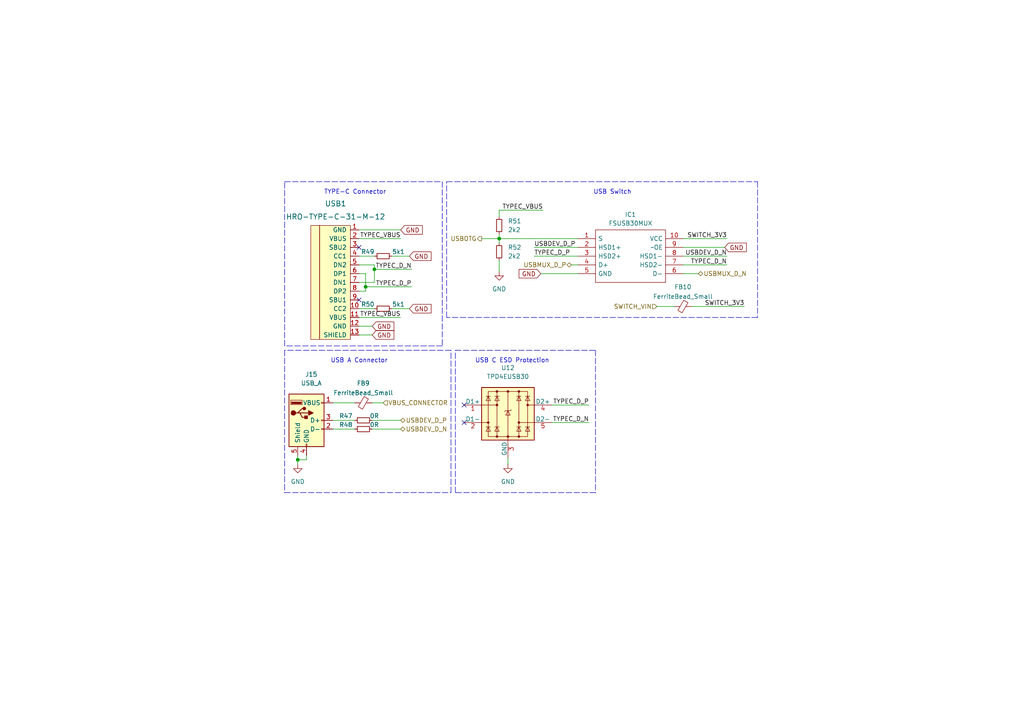
<source format=kicad_sch>
(kicad_sch (version 20211123) (generator eeschema)
  (paper "A4")
  (lib_symbols
    (symbol "CM4IO:TPD4EUSB30" (pin_names (offset 0))
      (property "Reference" "U" (at -0.635 8.89 0))
      (property "Value" "TPD4EUSB30" (at 8.89 -10.16 0))
      (symbol "TPD4EUSB30_0_0"
        (rectangle (start -5.715 6.477) (end 5.715 -6.604))
        (polyline (pts (xy -3.175 -6.604) (xy -3.175 6.477)))
        (polyline (pts (xy 0 6.477) (xy 0 -6.604)))
        (polyline (pts (xy 3.175 6.477) (xy 3.175 -6.604)))
      )
      (symbol "TPD4EUSB30_0_1"
        (rectangle (start -7.62 7.62) (end 7.62 -7.62) (stroke (width 0.254)) (fill (type background)))
        (circle (center -5.715 -2.54) (radius 0.2794) (fill (type outline)))
        (circle (center -3.175 -6.604) (radius 0.2794) (fill (type outline)))
        (circle (center -3.175 2.54) (radius 0.2794) (fill (type outline)))
        (circle (center -3.175 6.477) (radius 0.2794) (fill (type outline)))
        (circle (center 0 -6.604) (radius 0.2794) (fill (type outline)))
        (polyline (pts (xy -7.747 2.54) (xy -3.175 2.54)))
        (polyline (pts (xy -7.62 -2.54) (xy -5.715 -2.54)))
        (polyline (pts (xy -5.08 -3.81) (xy -6.35 -3.81)))
        (polyline (pts (xy -5.08 5.08) (xy -6.35 5.08)))
        (polyline (pts (xy -2.54 -3.81) (xy -3.81 -3.81)))
        (polyline (pts (xy -2.54 5.08) (xy -3.81 5.08)))
        (polyline (pts (xy -0.635 0.889) (xy -1.016 0.635)))
        (polyline (pts (xy 0 -6.604) (xy 0 -7.62)))
        (polyline (pts (xy 0.635 0.889) (xy -0.635 0.889)))
        (polyline (pts (xy 0.635 0.889) (xy 1.016 1.143)))
        (polyline (pts (xy 3.81 -3.81) (xy 2.54 -3.81)))
        (polyline (pts (xy 3.81 5.08) (xy 2.54 5.08)))
        (polyline (pts (xy 6.35 -3.81) (xy 5.08 -3.81)))
        (polyline (pts (xy 6.35 5.08) (xy 5.08 5.08)))
        (polyline (pts (xy 7.62 -2.54) (xy 3.175 -2.54)))
        (polyline (pts (xy 7.62 2.54) (xy 5.715 2.54)))
        (polyline (pts (xy -5.08 -5.08) (xy -6.35 -5.08) (xy -5.715 -3.81) (xy -5.08 -5.08)))
        (polyline (pts (xy -5.08 3.81) (xy -6.35 3.81) (xy -5.715 5.08) (xy -5.08 3.81)))
        (polyline (pts (xy -2.54 -5.08) (xy -3.81 -5.08) (xy -3.175 -3.81) (xy -2.54 -5.08)))
        (polyline (pts (xy -2.54 3.81) (xy -3.81 3.81) (xy -3.175 5.08) (xy -2.54 3.81)))
        (polyline (pts (xy 0.635 -0.381) (xy -0.635 -0.381) (xy 0 0.889) (xy 0.635 -0.381)))
        (polyline (pts (xy 3.81 -5.08) (xy 2.54 -5.08) (xy 3.175 -3.81) (xy 3.81 -5.08)))
        (polyline (pts (xy 3.81 3.81) (xy 2.54 3.81) (xy 3.175 5.08) (xy 3.81 3.81)))
        (polyline (pts (xy 6.35 -5.08) (xy 5.08 -5.08) (xy 5.715 -3.81) (xy 6.35 -5.08)))
        (polyline (pts (xy 6.35 3.81) (xy 5.08 3.81) (xy 5.715 5.08) (xy 6.35 3.81)))
        (circle (center 0 6.477) (radius 0.2794) (fill (type outline)))
        (circle (center 3.175 -6.604) (radius 0.2794) (fill (type outline)))
        (circle (center 3.175 -2.54) (radius 0.2794) (fill (type outline)))
        (circle (center 3.175 6.477) (radius 0.2794) (fill (type outline)))
        (circle (center 5.715 2.54) (radius 0.2794) (fill (type outline)))
      )
      (symbol "TPD4EUSB30_1_1"
        (pin passive line (at -12.7 2.54 0) (length 5.08) (name "D1+") (number "1"))
        (pin passive line (at -12.7 2.54 0) (length 5.08) hide (name "~") (number "10"))
        (pin passive line (at -12.7 -2.54 0) (length 5.08) (name "D1-") (number "2"))
        (pin power_in line (at 0 -12.7 90) (length 5.08) (name "GND") (number "3"))
        (pin passive line (at 12.7 2.54 180) (length 5.08) (name "D2+") (number "4"))
        (pin passive line (at 12.7 -2.54 180) (length 5.08) (name "D2-") (number "5"))
        (pin passive line (at 12.7 -2.54 180) (length 5.08) hide (name "~") (number "6"))
        (pin passive line (at 12.7 2.54 180) (length 5.08) hide (name "~") (number "7"))
        (pin passive line (at 0 -12.7 90) (length 5.08) hide (name "GND") (number "8"))
        (pin passive line (at -12.7 -2.54 0) (length 5.08) hide (name "~") (number "9"))
      )
    )
    (symbol "Device:FerriteBead_Small" (pin_numbers hide) (pin_names (offset 0))
      (property "Reference" "FB" (at 1.905 1.27 0))
      (property "Value" "FerriteBead_Small" (at 1.905 -1.27 0))
      (symbol "FerriteBead_Small_0_1"
        (polyline (pts (xy 0 -1.27) (xy 0 -0.7874)))
        (polyline (pts (xy 0 0.889) (xy 0 1.2954)))
        (polyline (pts (xy -1.8288 0.2794) (xy -1.1176 1.4986) (xy 1.8288 -0.2032) (xy 1.1176 -1.4224) (xy -1.8288 0.2794)))
      )
      (symbol "FerriteBead_Small_1_1"
        (pin passive line (at 0 2.54 270) (length 1.27) (name "~") (number "1"))
        (pin passive line (at 0 -2.54 90) (length 1.27) (name "~") (number "2"))
      )
    )
    (symbol "SamacSys_Parts:FSUSB30MUX" (pin_names (offset 0.762))
      (property "Reference" "IC" (at 26.67 7.62 0))
      (property "Value" "FSUSB30MUX" (at 26.67 5.08 0))
      (symbol "FSUSB30MUX_0_0"
        (pin passive line (at 0 0 0) (length 5.08) (name "S") (number "1"))
        (pin passive line (at 30.48 0 180) (length 5.08) (name "VCC") (number "10"))
        (pin passive line (at 0 -2.54 0) (length 5.08) (name "HSD1+") (number "2"))
        (pin passive line (at 0 -5.08 0) (length 5.08) (name "HSD2+") (number "3"))
        (pin passive line (at 0 -7.62 0) (length 5.08) (name "D+") (number "4"))
        (pin passive line (at 0 -10.16 0) (length 5.08) (name "GND") (number "5"))
        (pin passive line (at 30.48 -10.16 180) (length 5.08) (name "D-") (number "6"))
        (pin passive line (at 30.48 -7.62 180) (length 5.08) (name "HSD2-") (number "7"))
        (pin passive line (at 30.48 -5.08 180) (length 5.08) (name "HSD1-") (number "8"))
        (pin passive line (at 30.48 -2.54 180) (length 5.08) (name "~OE") (number "9"))
      )
      (symbol "FSUSB30MUX_0_1"
        (polyline (pts (xy 5.08 2.54) (xy 25.4 2.54) (xy 25.4 -12.7) (xy 5.08 -12.7) (xy 5.08 2.54)) (stroke (width 0.1524)))
      )
    )
    (symbol "Type-C:HRO-TYPE-C-31-M-12" (pin_names (offset 1.016))
      (property "Reference" "USB" (at -5.08 16.51 0))
      (property "Value" "HRO-TYPE-C-31-M-12" (at -10.16 -1.27 90))
      (symbol "HRO-TYPE-C-31-M-12_0_1"
        (rectangle (start -11.43 15.24) (end -8.89 -17.78) (fill (type background)))
        (rectangle (start 0 -17.78) (end -8.89 15.24) (fill (type background)))
      )
      (symbol "HRO-TYPE-C-31-M-12_1_1"
        (pin input line (at 2.54 13.97 180) (length 2.54) (name "GND") (number "1"))
        (pin input line (at 2.54 -8.89 180) (length 2.54) (name "CC2") (number "10"))
        (pin input line (at 2.54 -11.43 180) (length 2.54) (name "VBUS") (number "11"))
        (pin input line (at 2.54 -13.97 180) (length 2.54) (name "GND") (number "12"))
        (pin input line (at 2.54 -16.51 180) (length 2.54) (name "SHIELD") (number "13"))
        (pin input line (at 2.54 11.43 180) (length 2.54) (name "VBUS") (number "2"))
        (pin input line (at 2.54 8.89 180) (length 2.54) (name "SBU2") (number "3"))
        (pin input line (at 2.54 6.35 180) (length 2.54) (name "CC1") (number "4"))
        (pin input line (at 2.54 3.81 180) (length 2.54) (name "DN2") (number "5"))
        (pin input line (at 2.54 1.27 180) (length 2.54) (name "DP1") (number "6"))
        (pin input line (at 2.54 -1.27 180) (length 2.54) (name "DN1") (number "7"))
        (pin input line (at 2.54 -3.81 180) (length 2.54) (name "DP2") (number "8"))
        (pin input line (at 2.54 -6.35 180) (length 2.54) (name "SBU1") (number "9"))
      )
    )
    (symbol "conn:USB_A" (pin_names (offset 1.016))
      (property "Reference" "J" (at -5.08 11.43 0))
      (property "Value" "USB_A" (at -5.08 8.89 0))
      (symbol "USB_A_0_1"
        (rectangle (start -5.08 -7.62) (end 5.08 7.62) (stroke (width 0.254)) (fill (type background)))
        (circle (center -3.81 2.159) (radius 0.635) (stroke (width 0.254)) (fill (type outline)))
        (rectangle (start -1.524 4.826) (end -4.318 5.334) (fill (type outline)))
        (rectangle (start -1.27 4.572) (end -4.572 5.842))
        (circle (center -0.635 3.429) (radius 0.381) (stroke (width 0.254)) (fill (type outline)))
        (rectangle (start -0.127 -7.62) (end 0.127 -6.858))
        (polyline (pts (xy -3.175 2.159) (xy -2.54 2.159) (xy -1.27 3.429) (xy -0.635 3.429)) (stroke (width 0.254)))
        (polyline (pts (xy -2.54 2.159) (xy -1.905 2.159) (xy -1.27 0.889) (xy 0 0.889)) (stroke (width 0.254)))
        (polyline (pts (xy 0.635 2.794) (xy 0.635 1.524) (xy 1.905 2.159) (xy 0.635 2.794)) (stroke (width 0.254)) (fill (type outline)))
        (rectangle (start 0.254 1.27) (end -0.508 0.508) (stroke (width 0.254)) (fill (type outline)))
        (rectangle (start 5.08 -2.667) (end 4.318 -2.413))
        (rectangle (start 5.08 -0.127) (end 4.318 0.127))
        (rectangle (start 5.08 4.953) (end 4.318 5.207))
      )
      (symbol "USB_A_1_1"
        (polyline (pts (xy -1.905 2.159) (xy 0.635 2.159)) (stroke (width 0.254)))
        (pin power_in line (at 7.62 5.08 180) (length 2.54) (name "VBUS") (number "1"))
        (pin passive line (at 7.62 -2.54 180) (length 2.54) (name "D-") (number "2"))
        (pin passive line (at 7.62 0 180) (length 2.54) (name "D+") (number "3"))
        (pin power_in line (at 0 -10.16 90) (length 2.54) (name "GND") (number "4"))
        (pin passive line (at -2.54 -10.16 90) (length 2.54) (name "Shield") (number "5"))
      )
    )
    (symbol "device:R_Small" (pin_numbers hide) (pin_names (offset 0.254) hide)
      (property "Reference" "R" (at 0.762 0.508 0))
      (property "Value" "R_Small" (at 0.762 -1.016 0))
      (symbol "R_Small_0_1"
        (rectangle (start -0.762 1.778) (end 0.762 -1.778) (stroke (width 0.2032)))
      )
      (symbol "R_Small_1_1"
        (pin passive line (at 0 2.54 270) (length 0.762) (name "~") (number "1"))
        (pin passive line (at 0 -2.54 90) (length 0.762) (name "~") (number "2"))
      )
    )
    (symbol "power:GND" (power) (pin_names (offset 0))
      (property "Value" "GND" (at 0 -3.81 0))
      (symbol "GND_0_1"
        (polyline (pts (xy 0 0) (xy 0 -1.27) (xy 1.27 -1.27) (xy 0 -2.54) (xy -1.27 -1.27) (xy 0 -1.27)))
      )
      (symbol "GND_1_1"
        (pin power_in line (at 0 0 270) (length 0) hide (name "GND") (number "1"))
      )
    )
  )
  (junction (at 144.78 69.215) (diameter 0.9144))
  (junction (at 108.585 78.105) (diameter 0.9144))
  (junction (at 86.36 133.35) (diameter 0.9144))
  (junction (at 106.045 83.185) (diameter 0.9144))
  (no_connect (at 134.62 117.475))
  (no_connect (at 134.62 122.555))
  (no_connect (at 104.14 86.995))
  (no_connect (at 104.14 71.755))
  (wire (pts (xy 116.205 121.92) (xy 107.95 121.92)))
  (wire (pts (xy 96.52 121.92) (xy 102.87 121.92)))
  (wire (pts (xy 104.14 92.075) (xy 116.205 92.075)))
  (wire (pts (xy 156.845 79.375) (xy 167.64 79.375)))
  (wire (pts (xy 198.12 79.375) (xy 202.565 79.375)))
  (wire (pts (xy 116.205 66.675) (xy 104.14 66.675)))
  (wire (pts (xy 144.78 75.565) (xy 144.78 78.74)))
  (wire (pts (xy 198.12 69.215) (xy 210.82 69.215)))
  (wire (pts (xy 106.045 79.375) (xy 104.14 79.375)))
  (wire (pts (xy 106.045 84.455) (xy 106.045 83.185)))
  (wire (pts (xy 104.14 84.455) (xy 106.045 84.455)))
  (wire (pts (xy 106.045 83.185) (xy 106.045 79.375)))
  (wire (pts (xy 190.5 88.9) (xy 195.58 88.9)))
  (polyline (pts (xy 130.81 142.875) (xy 130.81 101.6)) (stroke (width 0) (type dash)))
  (polyline (pts (xy 82.55 101.6) (xy 82.55 142.875)) (stroke (width 0) (type dash)))
  (polyline (pts (xy 130.81 101.6) (xy 82.55 101.6)) (stroke (width 0) (type dash)))
  (polyline (pts (xy 82.55 142.875) (xy 130.81 142.875)) (stroke (width 0) (type dash)))
  (wire (pts (xy 107.95 116.84) (xy 111.125 116.84)))
  (wire (pts (xy 165.735 76.835) (xy 167.64 76.835)))
  (wire (pts (xy 160.02 117.475) (xy 170.815 117.475)))
  (wire (pts (xy 139.7 69.215) (xy 144.78 69.215)))
  (wire (pts (xy 144.78 69.215) (xy 167.64 69.215)))
  (wire (pts (xy 118.745 89.535) (xy 113.665 89.535)))
  (wire (pts (xy 144.78 67.945) (xy 144.78 69.215)))
  (wire (pts (xy 107.95 97.155) (xy 104.14 97.155)))
  (wire (pts (xy 198.12 76.835) (xy 210.82 76.835)))
  (wire (pts (xy 96.52 116.84) (xy 102.87 116.84)))
  (wire (pts (xy 198.12 74.295) (xy 210.82 74.295)))
  (wire (pts (xy 86.36 132.08) (xy 86.36 133.35)))
  (wire (pts (xy 86.36 133.35) (xy 86.36 134.62)))
  (wire (pts (xy 144.78 60.96) (xy 157.48 60.96)))
  (wire (pts (xy 88.9 133.35) (xy 86.36 133.35)))
  (wire (pts (xy 88.9 132.08) (xy 88.9 133.35)))
  (wire (pts (xy 154.94 74.295) (xy 167.64 74.295)))
  (wire (pts (xy 154.94 71.755) (xy 167.64 71.755)))
  (polyline (pts (xy 129.54 92.075) (xy 129.54 52.705)) (stroke (width 0) (type dash)))
  (polyline (pts (xy 219.71 92.075) (xy 129.54 92.075)) (stroke (width 0) (type dash)))
  (polyline (pts (xy 129.54 52.705) (xy 219.71 52.705)) (stroke (width 0) (type dash)))
  (polyline (pts (xy 219.71 52.705) (xy 219.71 92.075)) (stroke (width 0) (type dash)))
  (polyline (pts (xy 172.72 142.875) (xy 132.08 142.875)) (stroke (width 0) (type dash)))
  (polyline (pts (xy 132.08 101.6) (xy 172.72 101.6)) (stroke (width 0) (type dash)))
  (polyline (pts (xy 132.08 142.875) (xy 132.08 101.6)) (stroke (width 0) (type dash)))
  (polyline (pts (xy 172.72 101.6) (xy 172.72 142.875)) (stroke (width 0) (type dash)))
  (wire (pts (xy 147.32 132.715) (xy 147.32 134.62)))
  (wire (pts (xy 144.78 69.215) (xy 144.78 70.485)))
  (wire (pts (xy 108.585 76.835) (xy 104.14 76.835)))
  (wire (pts (xy 104.14 81.915) (xy 108.585 81.915)))
  (wire (pts (xy 108.585 76.835) (xy 108.585 78.105)))
  (wire (pts (xy 108.585 78.105) (xy 108.585 81.915)))
  (wire (pts (xy 198.12 71.755) (xy 210.185 71.755)))
  (wire (pts (xy 144.78 60.96) (xy 144.78 62.865)))
  (wire (pts (xy 107.95 94.615) (xy 104.14 94.615)))
  (wire (pts (xy 118.745 74.295) (xy 113.665 74.295)))
  (wire (pts (xy 106.045 83.185) (xy 119.38 83.185)))
  (polyline (pts (xy 82.55 52.705) (xy 128.27 52.705)) (stroke (width 0) (type dash)))
  (polyline (pts (xy 128.27 100.33) (xy 82.55 100.33)) (stroke (width 0) (type dash)))
  (polyline (pts (xy 82.55 100.33) (xy 82.55 52.705)) (stroke (width 0) (type dash)))
  (polyline (pts (xy 128.27 52.705) (xy 128.27 100.33)) (stroke (width 0) (type dash)))
  (wire (pts (xy 116.205 124.46) (xy 107.95 124.46)))
  (wire (pts (xy 96.52 124.46) (xy 102.87 124.46)))
  (wire (pts (xy 108.585 78.105) (xy 119.38 78.105)))
  (wire (pts (xy 104.14 89.535) (xy 108.585 89.535)))
  (wire (pts (xy 200.66 88.9) (xy 215.9 88.9)))
  (wire (pts (xy 160.02 122.555) (xy 170.815 122.555)))
  (wire (pts (xy 104.14 74.295) (xy 108.585 74.295)))
  (wire (pts (xy 104.14 69.215) (xy 116.205 69.215)))
  (text "TYPE-C Connector" (at 93.98 56.515 0) (effects (font (size 1.27 1.27)) (justify left bottom)))
  (text "USB A Connector" (at 95.885 105.41 0) (effects (font (size 1.27 1.27)) (justify left bottom)))
  (text "USB C ESD Protection" (at 137.795 105.41 0) (effects (font (size 1.27 1.27)) (justify left bottom)))
  (text "USB Switch" (at 172.085 56.515 0) (effects (font (size 1.27 1.27)) (justify left bottom)))
  (label "SWITCH_3V3" (at 210.82 69.215 180))
  (label "SWITCH_3V3" (at 215.9 88.9 180))
  (label "TYPEC_D_P" (at 119.38 83.185 180))
  (label "TYPEC_VBUS" (at 116.205 92.075 180))
  (label "TYPEC_D_N" (at 170.815 122.555 180))
  (label "TYPEC_D_N" (at 210.82 76.835 180))
  (label "USBDEV_D_N" (at 210.82 74.295 180))
  (label "TYPEC_VBUS" (at 157.48 60.96 180))
  (label "TYPEC_D_N" (at 119.38 78.105 180))
  (label "TYPEC_VBUS" (at 116.205 69.215 180))
  (label "TYPEC_D_P" (at 170.815 117.475 180))
  (label "TYPEC_D_P" (at 154.94 74.295 0))
  (label "USBDEV_D_P" (at 154.94 71.755 0))
  (global_label "GND" (shape input) (at 156.845 79.375 180) (property "Intersheet References" "${INTERSHEET_REFS}" (effects hide)))
  (global_label "GND" (shape input) (at 116.205 66.675 0) (property "Intersheet References" "${INTERSHEET_REFS}" (effects hide)))
  (global_label "GND" (shape input) (at 118.745 74.295 0) (property "Intersheet References" "${INTERSHEET_REFS}" (effects hide)))
  (global_label "GND" (shape input) (at 107.95 94.615 0) (property "Intersheet References" "${INTERSHEET_REFS}" (effects hide)))
  (global_label "GND" (shape input) (at 118.745 89.535 0) (property "Intersheet References" "${INTERSHEET_REFS}" (effects hide)))
  (global_label "GND" (shape input) (at 107.95 97.155 0) (property "Intersheet References" "${INTERSHEET_REFS}" (effects hide)))
  (global_label "GND" (shape input) (at 210.185 71.755 0) (property "Intersheet References" "${INTERSHEET_REFS}" (effects hide)))
  (hierarchical_label "USBMUX_D_N" (shape bidirectional) (at 202.565 79.375 0))
  (hierarchical_label "USBMUX_D_P" (shape bidirectional) (at 165.735 76.835 180))
  (hierarchical_label "SWITCH_VIN" (shape input) (at 190.5 88.9 180))
  (hierarchical_label "VBUS_CONNECTOR" (shape input) (at 111.125 116.84 0))
  (hierarchical_label "USBDEV_D_P" (shape bidirectional) (at 116.205 121.92 0))
  (hierarchical_label "USBOTG" (shape output) (at 139.7 69.215 180))
  (hierarchical_label "USBDEV_D_N" (shape bidirectional) (at 116.205 124.46 0))
  (symbol (lib_id "conn:USB_A") (at 88.9 121.92 0) (unit 1)
    (property "Reference" "J15" (at 90.297 108.585 0))
    (property "Value" "USB_A" (at 90.297 111.125 0))
    (property "Footprint" "Connector_USB:USB_A_CONNFLY_DS1095-WNR0" (effects hide))
  )
  (symbol (lib_id "CM4IO:TPD4EUSB30") (at 147.32 120.015 0) (unit 1)
    (property "Reference" "U12" (at 147.32 106.68 0))
    (property "Value" "TPD4EUSB30" (at 147.32 109.22 0))
    (property "Footprint" "Package_SON:USON-10_2.5x1.0mm_P0.5mm" (effects hide))
    (property "Datasheet" "http://www.ti.com/lit/ds/symlink/tpd2eusb30a.pdf" (effects hide))
  )
  (symbol (lib_id "device:R_Small") (at 105.41 121.92 90) (unit 1)
    (property "Reference" "R47" (at 100.33 120.65 90))
    (property "Value" "0R" (at 108.585 120.65 90))
    (property "Footprint" "Resistor_SMD:R_0402_1005Metric" (effects hide))
  )
  (symbol (lib_id "Type-C:HRO-TYPE-C-31-M-12") (at 101.6 80.645 0) (unit 1)
    (property "Reference" "USB1" (at 97.3455 59.055 0) (effects (font (size 1.524 1.524))))
    (property "Value" "HRO-TYPE-C-31-M-12" (at 97.3455 62.865 0) (effects (font (size 1.524 1.524))))
    (property "Footprint" "Type-C:HRO-TYPE-C-31-M-12" (effects hide))
  )
  (symbol (lib_id "SamacSys_Parts:FSUSB30MUX") (at 167.64 69.215 0) (unit 1)
    (property "Reference" "IC1" (at 182.88 62.23 0))
    (property "Value" "FSUSB30MUX" (at 182.88 64.77 0))
    (property "Footprint" "SamacSys_Parts:SOP50P490X110-10N" (effects hide))
    (property "Datasheet" "https://www.onsemi.com/pub/Collateral/FSUSB30-D.pdf" (effects hide))
    (property "Description" "ON Semiconductor FSUSB30MUX, USB Power Switch, 10 10-Pin, MSOP" (effects hide))
    (property "Height" "1.1" (effects hide))
    (property "Mouser Part Number" "512-FSUSB30MUX" (effects hide))
    (property "Mouser Price/Stock" "https://www.mouser.co.uk/ProductDetail/ON-Semiconductor-Fairchild/FSUSB30MUX?qs=Fxu3fLyJv8fombEDRgeNlw%3D%3D" (effects hide))
    (property "Manufacturer_Name" "ON Semiconductor" (effects hide))
    (property "Manufacturer_Part_Number" "FSUSB30MUX" (effects hide))
  )
  (symbol (lib_id "Device:FerriteBead_Small") (at 105.41 116.84 90) (unit 1)
    (property "Reference" "FB9" (at 105.3719 111.1717 90))
    (property "Value" "FerriteBead_Small" (at 105.3719 113.9468 90))
    (property "Footprint" "Inductor_SMD:L_0402_1005Metric" (effects hide))
    (property "Datasheet" "https://datasheet.lcsc.com/lcsc/1810311724_TDK-MPZ1005S100CT000_C275476.pdf" (effects hide))
    (property "LCSC Part" "C275476" (effects hide))
  )
  (symbol (lib_id "Device:FerriteBead_Small") (at 198.12 88.9 90) (unit 1)
    (property "Reference" "FB10" (at 198.0819 83.2317 90))
    (property "Value" "FerriteBead_Small" (at 198.0819 86.0068 90))
    (property "Footprint" "Inductor_SMD:L_0402_1005Metric" (effects hide))
    (property "Datasheet" "https://datasheet.lcsc.com/lcsc/1810311724_TDK-MPZ1005S100CT000_C275476.pdf" (effects hide))
    (property "LCSC Part" "C275476" (effects hide))
  )
  (symbol (lib_id "device:R_Small") (at 111.125 74.295 90) (unit 1)
    (property "Reference" "R49" (at 106.68 73.025 90))
    (property "Value" "5k1" (at 115.57 73.025 90))
    (property "Footprint" "Resistor_SMD:R_0402_1005Metric" (effects hide))
  )
  (symbol (lib_id "device:R_Small") (at 144.78 65.405 180) (unit 1)
    (property "Reference" "R51" (at 147.32 64.1349 0) (effects (justify right)))
    (property "Value" "2k2" (at 147.32 66.6749 0) (effects (justify right)))
    (property "Footprint" "Resistor_SMD:R_0402_1005Metric" (effects hide))
  )
  (symbol (lib_id "device:R_Small") (at 111.125 89.535 90) (unit 1)
    (property "Reference" "R50" (at 106.68 88.265 90))
    (property "Value" "5k1" (at 115.57 88.265 90))
    (property "Footprint" "Resistor_SMD:R_0402_1005Metric" (effects hide))
  )
  (symbol (lib_id "power:GND") (at 86.36 134.62 0) (unit 1)
    (property "Reference" "#PWR048" (effects hide))
    (property "Value" "GND" (at 86.36 139.7 0))
  )
  (symbol (lib_id "device:R_Small") (at 144.78 73.025 180) (unit 1)
    (property "Reference" "R52" (at 147.32 71.7549 0) (effects (justify right)))
    (property "Value" "2k2" (at 147.32 74.2949 0) (effects (justify right)))
    (property "Footprint" "Resistor_SMD:R_0402_1005Metric" (effects hide))
  )
  (symbol (lib_id "device:R_Small") (at 105.41 124.46 90) (unit 1)
    (property "Reference" "R48" (at 100.33 123.19 90))
    (property "Value" "0R" (at 108.585 123.19 90))
    (property "Footprint" "Resistor_SMD:R_0402_1005Metric" (effects hide))
  )
  (symbol (lib_id "power:GND") (at 147.32 134.62 0) (unit 1)
    (property "Reference" "#PWR050" (effects hide))
    (property "Value" "GND" (at 147.32 139.7 0))
  )
  (symbol (lib_id "power:GND") (at 144.78 78.74 0) (unit 1)
    (property "Reference" "#PWR049" (effects hide))
    (property "Value" "GND" (at 144.78 83.82 0))
  )
)
</source>
